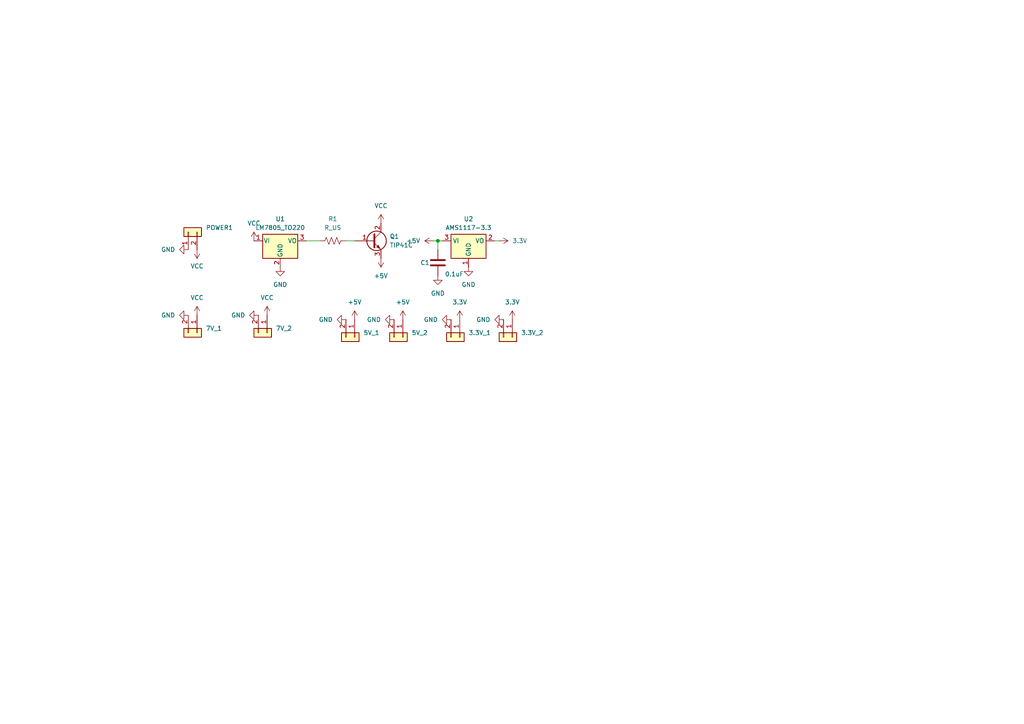
<source format=kicad_sch>
(kicad_sch (version 20231120) (generator "eeschema") (generator_version "8.0")
  (paper "A4")
  (lib_symbols
    (symbol "Connector_Generic:Conn_01x02" (pin_names (offset 1.016) hide)
      (property "Reference" "J" (at 0 2.54 0))
      (property "Value" "Conn_01x02" (at 0 -5.08 0))
      (symbol "Conn_01x02_1_1"
        (rectangle (start -1.27 -2.413) (end 0 -2.667) (stroke (width 0.1524)))
        (rectangle (start -1.27 0.127) (end 0 -0.127) (stroke (width 0.1524)))
        (rectangle (start -1.27 1.27) (end 1.27 -3.81) (stroke (width 0.254)) (fill (type background)))
        (pin passive line (at -5.08 0 0) (length 3.81) (name "Pin_1") (number "1"))
        (pin passive line (at -5.08 -2.54 0) (length 3.81) (name "Pin_2") (number "2"))
      )
    )
    (symbol "Device:C" (pin_numbers hide) (pin_names (offset 0.254))
      (property "Reference" "C" (at 0.635 2.54 0))
      (property "Value" "C" (at 0.635 -2.54 0))
      (symbol "C_0_1"
        (polyline (pts (xy -2.032 -0.762) (xy 2.032 -0.762)) (stroke (width 0.508)))
        (polyline (pts (xy -2.032 0.762) (xy 2.032 0.762)) (stroke (width 0.508)))
      )
      (symbol "C_1_1"
        (pin passive line (at 0 3.81 270) (length 2.794) (name "~") (number "1"))
        (pin passive line (at 0 -3.81 90) (length 2.794) (name "~") (number "2"))
      )
    )
    (symbol "Device:R_US" (pin_numbers hide) (pin_names (offset 0))
      (property "Reference" "R" (at 2.54 0 90))
      (property "Value" "R_US" (at -2.54 0 90))
      (symbol "R_US_0_1"
        (polyline (pts (xy 0 -2.286) (xy 0 -2.54)))
        (polyline (pts (xy 0 2.286) (xy 0 2.54)))
        (polyline (pts (xy 0 -0.762) (xy 1.016 -1.143) (xy 0 -1.524) (xy -1.016 -1.905) (xy 0 -2.286)))
        (polyline (pts (xy 0 0.762) (xy 1.016 0.381) (xy 0 0) (xy -1.016 -0.381) (xy 0 -0.762)))
        (polyline (pts (xy 0 2.286) (xy 1.016 1.905) (xy 0 1.524) (xy -1.016 1.143) (xy 0 0.762)))
      )
      (symbol "R_US_1_1"
        (pin passive line (at 0 3.81 270) (length 1.27) (name "~") (number "1"))
        (pin passive line (at 0 -3.81 90) (length 1.27) (name "~") (number "2"))
      )
    )
    (symbol "Regulator_Linear:AMS1117-3.3"
      (property "Reference" "U" (at -3.81 3.175 0))
      (property "Value" "AMS1117-3.3" (at 0 3.175 0))
      (symbol "AMS1117-3.3_0_1"
        (rectangle (start -5.08 -5.08) (end 5.08 1.905) (stroke (width 0.254)) (fill (type background)))
      )
      (symbol "AMS1117-3.3_1_1"
        (pin power_in line (at 0 -7.62 90) (length 2.54) (name "GND") (number "1"))
        (pin power_out line (at 7.62 0 180) (length 2.54) (name "VO") (number "2"))
        (pin power_in line (at -7.62 0 0) (length 2.54) (name "VI") (number "3"))
      )
    )
    (symbol "Regulator_Linear:LM7805_TO220" (pin_names (offset 0.254))
      (property "Reference" "U" (at -3.81 3.175 0))
      (property "Value" "LM7805_TO220" (at 0 3.175 0))
      (symbol "LM7805_TO220_0_1"
        (rectangle (start -5.08 1.905) (end 5.08 -5.08) (stroke (width 0.254)) (fill (type background)))
      )
      (symbol "LM7805_TO220_1_1"
        (pin power_in line (at -7.62 0 0) (length 2.54) (name "VI") (number "1"))
        (pin power_in line (at 0 -7.62 90) (length 2.54) (name "GND") (number "2"))
        (pin power_out line (at 7.62 0 180) (length 2.54) (name "VO") (number "3"))
      )
    )
    (symbol "Transistor_BJT:TIP41C" (pin_names (offset 0) hide)
      (property "Reference" "Q" (at 6.35 1.905 0))
      (property "Value" "TIP41C" (at 6.35 0 0))
      (symbol "TIP41C_0_1"
        (polyline (pts (xy 0.635 0.635) (xy 2.54 2.54)))
        (polyline (pts (xy 0.635 -0.635) (xy 2.54 -2.54) (xy 2.54 -2.54)))
        (polyline (pts (xy 0.635 1.905) (xy 0.635 -1.905) (xy 0.635 -1.905)) (stroke (width 0.508)))
        (polyline (pts (xy 1.27 -1.778) (xy 1.778 -1.27) (xy 2.286 -2.286) (xy 1.27 -1.778) (xy 1.27 -1.778)) (fill (type outline)))
        (circle (center 1.27 0) (radius 2.8194) (stroke (width 0.254)))
      )
      (symbol "TIP41C_1_1"
        (pin input line (at -5.08 0 0) (length 5.715) (name "B") (number "1"))
        (pin passive line (at 2.54 5.08 270) (length 2.54) (name "C") (number "2"))
        (pin passive line (at 2.54 -5.08 90) (length 2.54) (name "E") (number "3"))
      )
    )
    (symbol "power:+5VD" (power) (pin_numbers hide) (pin_names (offset 0) hide)
      (property "Value" "+5VD" (at 0 3.556 0))
      (symbol "+5VD_0_1"
        (polyline (pts (xy -0.762 1.27) (xy 0 2.54)))
        (polyline (pts (xy 0 0) (xy 0 2.54)))
        (polyline (pts (xy 0 2.54) (xy 0.762 1.27)))
      )
      (symbol "+5VD_1_1"
        (pin power_in line (at 0 0 90) (length 0) (name "~") (number "1"))
      )
    )
    (symbol "power:GND" (power) (pin_numbers hide) (pin_names (offset 0) hide)
      (property "Value" "GND" (at 0 -3.81 0))
      (symbol "GND_0_1"
        (polyline (pts (xy 0 0) (xy 0 -1.27) (xy 1.27 -1.27) (xy 0 -2.54) (xy -1.27 -1.27) (xy 0 -1.27)))
      )
      (symbol "GND_1_1"
        (pin power_in line (at 0 0 270) (length 0) (name "~") (number "1"))
      )
    )
    (symbol "power:VCC" (power) (pin_numbers hide) (pin_names (offset 0) hide)
      (property "Value" "VCC" (at 0 3.556 0))
      (symbol "VCC_0_1"
        (polyline (pts (xy -0.762 1.27) (xy 0 2.54)))
        (polyline (pts (xy 0 0) (xy 0 2.54)))
        (polyline (pts (xy 0 2.54) (xy 0.762 1.27)))
      )
      (symbol "VCC_1_1"
        (pin power_in line (at 0 0 90) (length 0) (name "~") (number "1"))
      )
    )
  )
  (junction (at 127 69.85))
  (wire (pts (xy 100.33 69.85) (xy 102.87 69.85)))
  (wire (pts (xy 143.51 69.85) (xy 144.78 69.85)))
  (wire (pts (xy 127 69.85) (xy 127 72.39)))
  (wire (pts (xy 125.73 69.85) (xy 127 69.85)))
  (wire (pts (xy 88.9 69.85) (xy 92.71 69.85)))
  (wire (pts (xy 127 69.85) (xy 128.27 69.85)))
  (symbol (lib_id "Connector_Generic:Conn_01x02") (at 116.84 97.79 270) (unit 1)
    (property "Reference" "5V_2" (at 119.38 96.5199 90) (effects (justify left)))
    (property "Value" "Conn_01x02" (effects (hide yes)))
    (property "Footprint" "Connector_Molex:Molex_KK-254_AE-6410-02A_1x02_P2.54mm_Vertical" (effects (hide yes)))
    (property "Description" "Generic connector, single row, 01x02, script generated (kicad-library-utils/schlib/autogen/connector/)" (effects (hide yes)))
  )
  (symbol (lib_id "Connector_Generic:Conn_01x02") (at 148.59 97.79 270) (unit 1)
    (property "Reference" "3.3V_2" (at 151.13 96.5199 90) (effects (justify left)))
    (property "Value" "Conn_01x02" (effects (hide yes)))
    (property "Footprint" "Connector_Molex:Molex_KK-254_AE-6410-02A_1x02_P2.54mm_Vertical" (effects (hide yes)))
    (property "Description" "Generic connector, single row, 01x02, script generated (kicad-library-utils/schlib/autogen/connector/)" (effects (hide yes)))
  )
  (symbol (lib_id "power:+5VD") (at 110.49 74.93 180) (unit 1)
    (property "Reference" "#PWR010" (effects (hide yes)))
    (property "Value" "+5V" (at 110.49 80.01 0))
    (property "Description" "Power symbol creates a global label with name \"+5VD\"" (effects (hide yes)))
  )
  (symbol (lib_id "power:GND") (at 54.61 91.44 270) (unit 1)
    (property "Reference" "#PWR07" (effects (hide yes)))
    (property "Value" "GND" (at 50.8 91.4399 90) (effects (justify right)))
    (property "Description" "Power symbol creates a global label with name \"GND\" , ground" (effects (hide yes)))
  )
  (symbol (lib_id "Connector_Generic:Conn_01x02") (at 102.87 97.79 270) (unit 1)
    (property "Reference" "5V_1" (at 105.41 96.5199 90) (effects (justify left)))
    (property "Value" "Conn_01x02" (effects (hide yes)))
    (property "Footprint" "Connector_Molex:Molex_KK-254_AE-6410-02A_1x02_P2.54mm_Vertical" (effects (hide yes)))
    (property "Description" "Generic connector, single row, 01x02, script generated (kicad-library-utils/schlib/autogen/connector/)" (effects (hide yes)))
  )
  (symbol (lib_id "Transistor_BJT:TIP41C") (at 107.95 69.85 0) (unit 1)
    (property "Reference" "Q1" (at 113.03 68.5799 0) (effects (justify left)))
    (property "Value" "TIP41C" (at 113.03 71.1199 0) (effects (justify left)))
    (property "Footprint" "Package_TO_SOT_THT:TO-220-3_Vertical" (effects (hide yes)))
    (property "Datasheet" "https://www.centralsemi.com/get_document.php?cmp=1&mergetype=pd&mergepath=pd&pdf_id=tip41.PDF" (effects (hide yes)))
    (property "Description" "6A Ic, 100V Vce, Power NPN Transistor, TO-220" (effects (hide yes)))
  )
  (symbol (lib_id "power:+5VD") (at 125.73 69.85 90) (unit 1)
    (property "Reference" "#PWR015" (effects (hide yes)))
    (property "Value" "+5V" (at 121.92 69.8499 90) (effects (justify left)))
    (property "Description" "Power symbol creates a global label with name \"+5VD\"" (effects (hide yes)))
  )
  (symbol (lib_id "power:VCC") (at 110.49 64.77 0) (unit 1)
    (property "Reference" "#PWR05" (effects (hide yes)))
    (property "Value" "VCC" (at 110.49 59.69 0))
    (property "Description" "Power symbol creates a global label with name \"VCC\"" (effects (hide yes)))
  )
  (symbol (lib_id "power:GND") (at 130.81 92.71 270) (unit 1)
    (property "Reference" "#PWR019" (effects (hide yes)))
    (property "Value" "GND" (at 127 92.7099 90) (effects (justify right)))
    (property "Description" "Power symbol creates a global label with name \"GND\" , ground" (effects (hide yes)))
  )
  (symbol (lib_id "Device:R_US") (at 96.52 69.85 270) (unit 1)
    (property "Reference" "R1" (at 96.52 63.5 90))
    (property "Value" "R_US" (at 96.52 66.04 90))
    (property "Description" "Resistor, US symbol" (effects (hide yes)))
  )
  (symbol (lib_id "power:GND") (at 127 80.01 0) (unit 1)
    (property "Reference" "#PWR022" (effects (hide yes)))
    (property "Value" "GND" (at 127 85.09 0))
    (property "Description" "Power symbol creates a global label with name \"GND\" , ground" (effects (hide yes)))
  )
  (symbol (lib_id "power:+5VD") (at 133.35 92.71 0) (unit 1)
    (property "Reference" "#PWR018" (effects (hide yes)))
    (property "Value" "3.3V" (at 133.35 87.63 0))
    (property "Description" "Power symbol creates a global label with name \"+5VD\"" (effects (hide yes)))
  )
  (symbol (lib_id "Connector_Generic:Conn_01x02") (at 54.61 67.31 90) (unit 1)
    (property "Reference" "POWER1" (at 59.69 66.0399 90) (effects (justify right)))
    (property "Value" "Conn_01x02" (effects (hide yes)))
    (property "Footprint" "Connector_Molex:Molex_KK-254_AE-6410-02A_1x02_P2.54mm_Vertical" (effects (hide yes)))
    (property "Description" "Generic connector, single row, 01x02, script generated (kicad-library-utils/schlib/autogen/connector/)" (effects (hide yes)))
  )
  (symbol (lib_id "power:GND") (at 114.3 92.71 270) (unit 1)
    (property "Reference" "#PWR013" (effects (hide yes)))
    (property "Value" "GND" (at 110.49 92.7099 90) (effects (justify right)))
    (property "Description" "Power symbol creates a global label with name \"GND\" , ground" (effects (hide yes)))
  )
  (symbol (lib_id "power:GND") (at 54.61 72.39 270) (unit 1)
    (property "Reference" "#PWR02" (effects (hide yes)))
    (property "Value" "GND" (at 50.8 72.3899 90) (effects (justify right)))
    (property "Description" "Power symbol creates a global label with name \"GND\" , ground" (effects (hide yes)))
  )
  (symbol (lib_id "Connector_Generic:Conn_01x02") (at 133.35 97.79 270) (unit 1)
    (property "Reference" "3.3V_1" (at 135.89 96.5199 90) (effects (justify left)))
    (property "Value" "Conn_01x02" (effects (hide yes)))
    (property "Footprint" "Connector_Molex:Molex_KK-254_AE-6410-02A_1x02_P2.54mm_Vertical" (effects (hide yes)))
    (property "Description" "Generic connector, single row, 01x02, script generated (kicad-library-utils/schlib/autogen/connector/)" (effects (hide yes)))
  )
  (symbol (lib_id "power:VCC") (at 73.66 69.85 0) (unit 1)
    (property "Reference" "#PWR01" (effects (hide yes)))
    (property "Value" "VCC" (at 73.66 64.77 0))
    (property "Description" "Power symbol creates a global label with name \"VCC\"" (effects (hide yes)))
  )
  (symbol (lib_id "Device:C") (at 127 76.2 0) (unit 1)
    (property "Reference" "C1" (at 121.92 76.2 0) (effects (justify left)))
    (property "Value" "0.1uF" (at 129.032 79.502 0) (effects (justify left)))
    (property "Description" "Unpolarized capacitor" (effects (hide yes)))
  )
  (symbol (lib_id "power:+5VD") (at 116.84 92.71 0) (unit 1)
    (property "Reference" "#PWR014" (effects (hide yes)))
    (property "Value" "+5V" (at 116.84 87.63 0))
    (property "Description" "Power symbol creates a global label with name \"+5VD\"" (effects (hide yes)))
  )
  (symbol (lib_id "power:+5VD") (at 148.59 92.71 0) (unit 1)
    (property "Reference" "#PWR021" (effects (hide yes)))
    (property "Value" "3.3V" (at 148.59 87.63 0))
    (property "Description" "Power symbol creates a global label with name \"+5VD\"" (effects (hide yes)))
  )
  (symbol (lib_id "power:+5VD") (at 144.78 69.85 270) (unit 1)
    (property "Reference" "#PWR017" (effects (hide yes)))
    (property "Value" "3.3V" (at 148.59 69.8499 90) (effects (justify left)))
    (property "Description" "Power symbol creates a global label with name \"+5VD\"" (effects (hide yes)))
  )
  (symbol (lib_id "Connector_Generic:Conn_01x02") (at 57.15 96.52 270) (unit 1)
    (property "Reference" "7V_1" (at 59.69 95.2499 90) (effects (justify left)))
    (property "Value" "Conn_01x02" (effects (hide yes)))
    (property "Footprint" "Connector_Molex:Molex_KK-254_AE-6410-02A_1x02_P2.54mm_Vertical" (effects (hide yes)))
    (property "Description" "Generic connector, single row, 01x02, script generated (kicad-library-utils/schlib/autogen/connector/)" (effects (hide yes)))
  )
  (symbol (lib_id "Connector_Generic:Conn_01x02") (at 77.47 96.52 270) (unit 1)
    (property "Reference" "7V_2" (at 80.01 95.2499 90) (effects (justify left)))
    (property "Value" "Conn_01x02" (effects (hide yes)))
    (property "Footprint" "Connector_Molex:Molex_KK-254_AE-6410-02A_1x02_P2.54mm_Vertical" (effects (hide yes)))
    (property "Description" "Generic connector, single row, 01x02, script generated (kicad-library-utils/schlib/autogen/connector/)" (effects (hide yes)))
  )
  (symbol (lib_id "power:GND") (at 100.33 92.71 270) (unit 1)
    (property "Reference" "#PWR012" (effects (hide yes)))
    (property "Value" "GND" (at 96.52 92.7099 90) (effects (justify right)))
    (property "Description" "Power symbol creates a global label with name \"GND\" , ground" (effects (hide yes)))
  )
  (symbol (lib_id "power:VCC") (at 57.15 91.44 0) (unit 1)
    (property "Reference" "#PWR06" (effects (hide yes)))
    (property "Value" "VCC" (at 57.15 86.36 0))
    (property "Description" "Power symbol creates a global label with name \"VCC\"" (effects (hide yes)))
  )
  (symbol (lib_id "Regulator_Linear:LM7805_TO220") (at 81.28 69.85 0) (unit 1)
    (property "Reference" "U1" (at 81.28 63.5 0))
    (property "Value" "LM7805_TO220" (at 81.28 66.04 0))
    (property "Footprint" "Package_TO_SOT_THT:TO-220-3_Vertical" (effects (hide yes)))
    (property "Datasheet" "https://www.onsemi.cn/PowerSolutions/document/MC7800-D.PDF" (effects (hide yes)))
    (property "Description" "Positive 1A 35V Linear Regulator, Fixed Output 5V, TO-220" (effects (hide yes)))
  )
  (symbol (lib_id "Regulator_Linear:AMS1117-3.3") (at 135.89 69.85 0) (unit 1)
    (property "Reference" "U2" (at 135.89 63.5 0))
    (property "Value" "AMS1117-3.3" (at 135.89 66.04 0))
    (property "Footprint" "Package_TO_SOT_SMD:SOT-223-3_TabPin2" (effects (hide yes)))
    (property "Datasheet" "http://www.advanced-monolithic.com/pdf/ds1117.pdf" (effects (hide yes)))
    (property "Description" "1A Low Dropout regulator, positive, 3.3V fixed output, SOT-223" (effects (hide yes)))
  )
  (symbol (lib_id "power:GND") (at 135.89 77.47 0) (unit 1)
    (property "Reference" "#PWR016" (effects (hide yes)))
    (property "Value" "GND" (at 135.89 82.55 0))
    (property "Description" "Power symbol creates a global label with name \"GND\" , ground" (effects (hide yes)))
  )
  (symbol (lib_id "power:VCC") (at 77.47 91.44 0) (unit 1)
    (property "Reference" "#PWR08" (effects (hide yes)))
    (property "Value" "VCC" (at 77.47 86.36 0))
    (property "Description" "Power symbol creates a global label with name \"VCC\"" (effects (hide yes)))
  )
  (symbol (lib_id "power:VCC") (at 57.15 72.39 180) (unit 1)
    (property "Reference" "#PWR03" (effects (hide yes)))
    (property "Value" "VCC" (at 57.15 77.1871 0))
    (property "Description" "Power symbol creates a global label with name \"VCC\"" (effects (hide yes)))
  )
  (symbol (lib_id "power:+5VD") (at 102.87 92.71 0) (unit 1)
    (property "Reference" "#PWR011" (effects (hide yes)))
    (property "Value" "+5V" (at 102.87 87.63 0))
    (property "Description" "Power symbol creates a global label with name \"+5VD\"" (effects (hide yes)))
  )
  (symbol (lib_id "power:GND") (at 81.28 77.47 0) (unit 1)
    (property "Reference" "#PWR04" (effects (hide yes)))
    (property "Value" "GND" (at 81.28 82.55 0))
    (property "Description" "Power symbol creates a global label with name \"GND\" , ground" (effects (hide yes)))
  )
  (symbol (lib_id "power:GND") (at 74.93 91.44 270) (unit 1)
    (property "Reference" "#PWR09" (effects (hide yes)))
    (property "Value" "GND" (at 71.12 91.4399 90) (effects (justify right)))
    (property "Description" "Power symbol creates a global label with name \"GND\" , ground" (effects (hide yes)))
  )
  (symbol (lib_id "power:GND") (at 146.05 92.71 270) (unit 1)
    (property "Reference" "#PWR020" (effects (hide yes)))
    (property "Value" "GND" (at 142.24 92.7099 90) (effects (justify right)))
    (property "Description" "Power symbol creates a global label with name \"GND\" , ground" (effects (hide yes)))
  )
)
</source>
